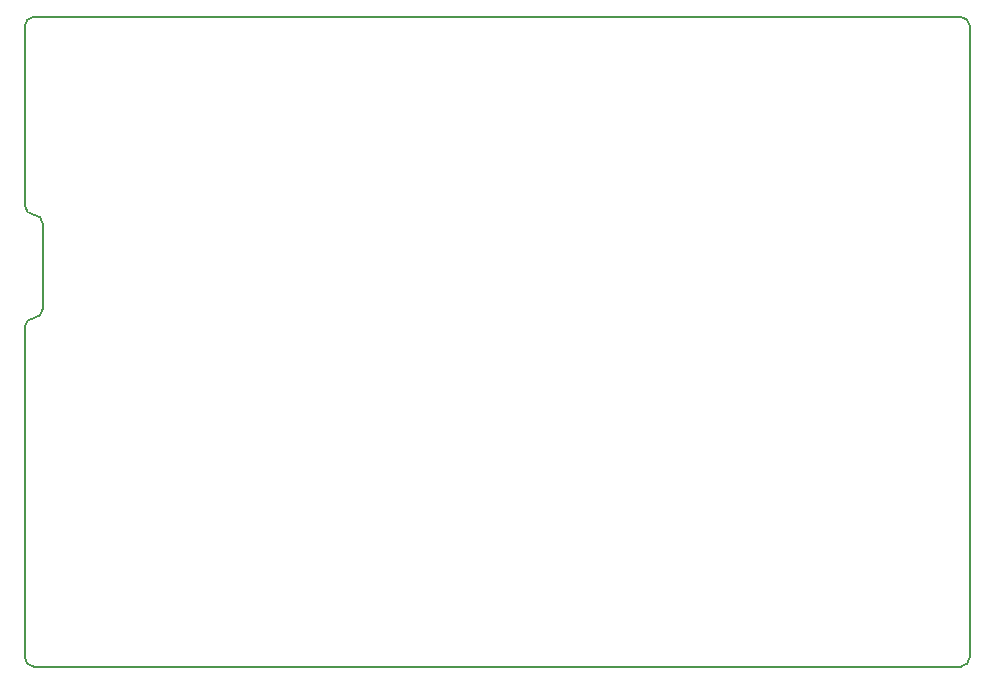
<source format=gbr>
%TF.GenerationSoftware,KiCad,Pcbnew,7.0.8*%
%TF.CreationDate,2024-03-17T18:00:07+01:00*%
%TF.ProjectId,HM_mainboard,484d5f6d-6169-46e6-926f-6172642e6b69,rev?*%
%TF.SameCoordinates,Original*%
%TF.FileFunction,Profile,NP*%
%FSLAX46Y46*%
G04 Gerber Fmt 4.6, Leading zero omitted, Abs format (unit mm)*
G04 Created by KiCad (PCBNEW 7.0.8) date 2024-03-17 18:00:07*
%MOMM*%
%LPD*%
G01*
G04 APERTURE LIST*
%TA.AperFunction,Profile*%
%ADD10C,0.200000*%
%TD*%
G04 APERTURE END LIST*
D10*
X117500000Y-128000000D02*
X196000000Y-128000000D01*
X117500000Y-98500000D02*
G75*
G03*
X116750000Y-99250000I0J-750000D01*
G01*
X116750000Y-127250000D02*
X116750000Y-99250000D01*
X117500000Y-98500000D02*
G75*
G03*
X118249387Y-97719671I0J750000D01*
G01*
X117500000Y-73000000D02*
G75*
G03*
X116750000Y-73750000I0J-750000D01*
G01*
X116750000Y-89000000D02*
X116750000Y-73750000D01*
X116749999Y-89000000D02*
G75*
G03*
X117530330Y-89750589I780301J30300D01*
G01*
X117500000Y-73000000D02*
X196000000Y-73000000D01*
X116750000Y-127250000D02*
G75*
G03*
X117500000Y-128000000I750000J0D01*
G01*
X196750000Y-73750000D02*
X196750589Y-127219670D01*
X118249411Y-90469670D02*
G75*
G03*
X117530330Y-89750589I-719111J-30D01*
G01*
X196750000Y-73750000D02*
G75*
G03*
X196000000Y-73000000I-780300J-30300D01*
G01*
X196000000Y-128000001D02*
G75*
G03*
X196750589Y-127219670I-30300J780301D01*
G01*
X118249411Y-90469670D02*
X118249411Y-97719670D01*
M02*

</source>
